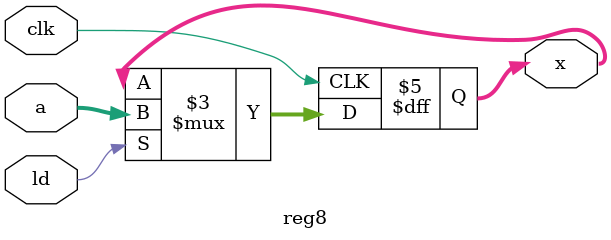
<source format=v>
module reg8(clk, ld, a, x);
	input clk;
	input ld;
	input [7:0] a;
	output reg [7:0] x;
	initial x = 8'b0;
	always @(negedge clk) begin
		if(ld) x <= a;
	end
endmodule

</source>
